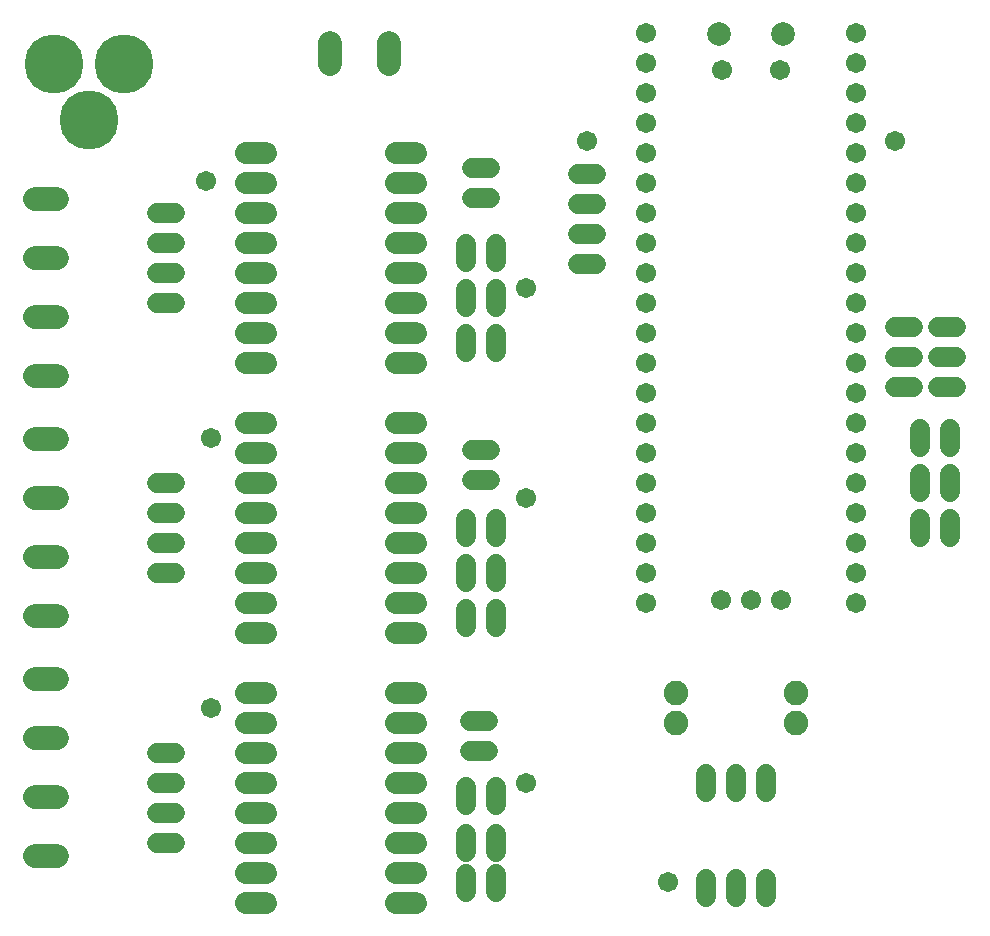
<source format=gbr>
G04 EAGLE Gerber RS-274X export*
G75*
%MOMM*%
%FSLAX34Y34*%
%LPD*%
%INSoldermask Top*%
%IPPOS*%
%AMOC8*
5,1,8,0,0,1.08239X$1,22.5*%
G01*
%ADD10C,1.727200*%
%ADD11C,1.879600*%
%ADD12C,2.082800*%
%ADD13C,5.003200*%
%ADD14C,1.711200*%
%ADD15C,2.003200*%
%ADD16C,1.703200*%
%ADD17C,1.993900*%


D10*
X599440Y48260D02*
X599440Y63500D01*
X624840Y63500D02*
X624840Y48260D01*
X650240Y48260D02*
X650240Y63500D01*
D11*
X353822Y678180D02*
X337058Y678180D01*
X337058Y652780D02*
X353822Y652780D01*
X353822Y627380D02*
X337058Y627380D01*
X337058Y601980D02*
X353822Y601980D01*
X353822Y576580D02*
X337058Y576580D01*
X337058Y551180D02*
X353822Y551180D01*
X353822Y525780D02*
X337058Y525780D01*
X337058Y500380D02*
X353822Y500380D01*
X226822Y678180D02*
X210058Y678180D01*
X210058Y652780D02*
X226822Y652780D01*
X226822Y627380D02*
X210058Y627380D01*
X210058Y601980D02*
X226822Y601980D01*
X226822Y576580D02*
X210058Y576580D01*
X210058Y551180D02*
X226822Y551180D01*
X226822Y525780D02*
X210058Y525780D01*
X210058Y500380D02*
X226822Y500380D01*
X337058Y449580D02*
X353822Y449580D01*
X353822Y424180D02*
X337058Y424180D01*
X337058Y398780D02*
X353822Y398780D01*
X353822Y373380D02*
X337058Y373380D01*
X337058Y347980D02*
X353822Y347980D01*
X353822Y322580D02*
X337058Y322580D01*
X337058Y297180D02*
X353822Y297180D01*
X353822Y271780D02*
X337058Y271780D01*
X226822Y449580D02*
X210058Y449580D01*
X210058Y424180D02*
X226822Y424180D01*
X226822Y398780D02*
X210058Y398780D01*
X210058Y373380D02*
X226822Y373380D01*
X226822Y347980D02*
X210058Y347980D01*
X210058Y322580D02*
X226822Y322580D01*
X226822Y297180D02*
X210058Y297180D01*
X210058Y271780D02*
X226822Y271780D01*
X337058Y220980D02*
X353822Y220980D01*
X353822Y195580D02*
X337058Y195580D01*
X337058Y170180D02*
X353822Y170180D01*
X353822Y144780D02*
X337058Y144780D01*
X337058Y119380D02*
X353822Y119380D01*
X353822Y93980D02*
X337058Y93980D01*
X337058Y68580D02*
X353822Y68580D01*
X353822Y43180D02*
X337058Y43180D01*
X226822Y220980D02*
X210058Y220980D01*
X210058Y195580D02*
X226822Y195580D01*
X226822Y170180D02*
X210058Y170180D01*
X210058Y144780D02*
X226822Y144780D01*
X226822Y119380D02*
X210058Y119380D01*
X210058Y93980D02*
X226822Y93980D01*
X226822Y68580D02*
X210058Y68580D01*
X210058Y43180D02*
X226822Y43180D01*
D12*
X675640Y220980D03*
X675640Y195580D03*
X574040Y220980D03*
X574040Y195580D03*
D10*
X599440Y152400D02*
X599440Y137160D01*
X624840Y137160D02*
X624840Y152400D01*
X650240Y152400D02*
X650240Y137160D01*
X396240Y353060D02*
X396240Y368300D01*
X421640Y368300D02*
X421640Y353060D01*
X415290Y196850D02*
X400050Y196850D01*
X400050Y171450D02*
X415290Y171450D01*
X396240Y101600D02*
X396240Y86360D01*
X421640Y86360D02*
X421640Y101600D01*
X396240Y67310D02*
X396240Y52070D01*
X421640Y52070D02*
X421640Y67310D01*
X416560Y426720D02*
X401320Y426720D01*
X401320Y401320D02*
X416560Y401320D01*
X396240Y330200D02*
X396240Y314960D01*
X421640Y314960D02*
X421640Y330200D01*
X416560Y665480D02*
X401320Y665480D01*
X401320Y640080D02*
X416560Y640080D01*
X396240Y600710D02*
X396240Y585470D01*
X421640Y585470D02*
X421640Y600710D01*
X396240Y562610D02*
X396240Y547370D01*
X421640Y547370D02*
X421640Y562610D01*
X396240Y292100D02*
X396240Y276860D01*
X421640Y276860D02*
X421640Y292100D01*
X396240Y509270D02*
X396240Y524510D01*
X421640Y524510D02*
X421640Y509270D01*
X396240Y140970D02*
X396240Y125730D01*
X421640Y125730D02*
X421640Y140970D01*
X781050Y353060D02*
X781050Y368300D01*
X806450Y368300D02*
X806450Y353060D01*
X781050Y391160D02*
X781050Y406400D01*
X806450Y406400D02*
X806450Y391160D01*
X781050Y429260D02*
X781050Y444500D01*
X806450Y444500D02*
X806450Y429260D01*
X149860Y322580D02*
X134620Y322580D01*
X134620Y347980D02*
X149860Y347980D01*
X149860Y373380D02*
X134620Y373380D01*
X134620Y398780D02*
X149860Y398780D01*
X149860Y551180D02*
X134620Y551180D01*
X134620Y576580D02*
X149860Y576580D01*
X149860Y601980D02*
X134620Y601980D01*
X134620Y627380D02*
X149860Y627380D01*
X149860Y93980D02*
X134620Y93980D01*
X134620Y119380D02*
X149860Y119380D01*
X149860Y144780D02*
X134620Y144780D01*
X134620Y170180D02*
X149860Y170180D01*
X759460Y480060D02*
X774700Y480060D01*
X774700Y505460D02*
X759460Y505460D01*
X759460Y530860D02*
X774700Y530860D01*
X796290Y480060D02*
X811530Y480060D01*
X811530Y505460D02*
X796290Y505460D01*
X796290Y530860D02*
X811530Y530860D01*
D13*
X76870Y705840D03*
X106870Y752840D03*
X47870Y752840D03*
D14*
X548640Y779780D03*
X548640Y754380D03*
X548640Y627380D03*
X548640Y601980D03*
X548640Y728980D03*
X548640Y703580D03*
X548640Y652780D03*
X548640Y678180D03*
X548640Y576580D03*
X548640Y551180D03*
X548640Y525780D03*
X548640Y500380D03*
X548640Y474980D03*
X548640Y449580D03*
X548640Y424180D03*
X548640Y398780D03*
X548640Y373380D03*
X548640Y347980D03*
X548640Y322580D03*
X548640Y297180D03*
X726440Y297180D03*
X726440Y322580D03*
X726440Y347980D03*
X726440Y373380D03*
X726440Y398780D03*
X726440Y424180D03*
X726440Y449580D03*
X726440Y474980D03*
X726440Y500380D03*
X726440Y525780D03*
X726440Y551180D03*
X726440Y576580D03*
X726440Y601980D03*
X726440Y627380D03*
X726440Y652780D03*
X726440Y678180D03*
X726440Y703580D03*
X726440Y728980D03*
X726440Y754380D03*
X726440Y779780D03*
D15*
X610290Y778480D03*
X664790Y778480D03*
D16*
X613290Y748180D03*
X661790Y748180D03*
D14*
X612140Y299480D03*
X637540Y299480D03*
X662940Y299480D03*
D10*
X506730Y584200D02*
X491490Y584200D01*
X491490Y609600D02*
X506730Y609600D01*
X506730Y635000D02*
X491490Y635000D01*
X491490Y660400D02*
X506730Y660400D01*
D17*
X49594Y638880D02*
X31687Y638880D01*
X31687Y588880D02*
X49594Y588880D01*
X49594Y538880D02*
X31687Y538880D01*
X31687Y488880D02*
X49594Y488880D01*
X49594Y435680D02*
X31687Y435680D01*
X31687Y385680D02*
X49594Y385680D01*
X49594Y335680D02*
X31687Y335680D01*
X31687Y285680D02*
X49594Y285680D01*
X331070Y753047D02*
X331070Y770954D01*
X281070Y770954D02*
X281070Y753047D01*
X49594Y232480D02*
X31687Y232480D01*
X31687Y182480D02*
X49594Y182480D01*
X49594Y132480D02*
X31687Y132480D01*
X31687Y82480D02*
X49594Y82480D01*
D16*
X176530Y654050D03*
X180340Y436880D03*
X180340Y208280D03*
X447040Y563880D03*
X447040Y386080D03*
X447040Y144780D03*
X759460Y688340D03*
X567690Y60960D03*
X499110Y688340D03*
M02*

</source>
